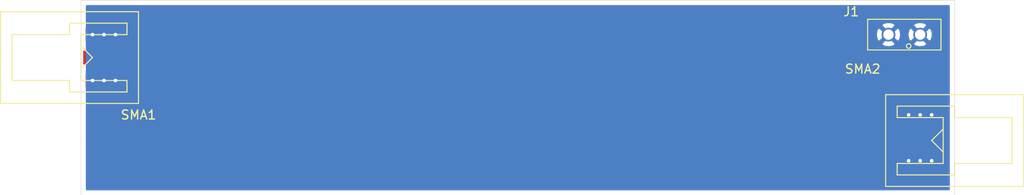
<source format=kicad_pcb>
(kicad_pcb (version 20171130) (host pcbnew 5.1.2-f72e74a~84~ubuntu18.04.1)

  (general
    (thickness 1.6)
    (drawings 5)
    (tracks 22)
    (zones 0)
    (modules 3)
    (nets 4)
  )

  (page A4)
  (layers
    (0 F.Cu signal)
    (31 B.Cu signal)
    (32 B.Adhes user)
    (33 F.Adhes user)
    (34 B.Paste user)
    (35 F.Paste user)
    (36 B.SilkS user)
    (37 F.SilkS user)
    (38 B.Mask user)
    (39 F.Mask user)
    (40 Dwgs.User user)
    (41 Cmts.User user)
    (42 Eco1.User user)
    (43 Eco2.User user)
    (44 Edge.Cuts user)
    (45 Margin user)
    (46 B.CrtYd user)
    (47 F.CrtYd user)
    (48 B.Fab user)
    (49 F.Fab user)
  )

  (setup
    (last_trace_width 0.25)
    (trace_clearance 0.2)
    (zone_clearance 0.508)
    (zone_45_only no)
    (trace_min 0.2)
    (via_size 0.8)
    (via_drill 0.4)
    (via_min_size 0.4)
    (via_min_drill 0.3)
    (uvia_size 0.3)
    (uvia_drill 0.1)
    (uvias_allowed no)
    (uvia_min_size 0.2)
    (uvia_min_drill 0.1)
    (edge_width 0.05)
    (segment_width 0.2)
    (pcb_text_width 0.3)
    (pcb_text_size 1.5 1.5)
    (mod_edge_width 0.12)
    (mod_text_size 1 1)
    (mod_text_width 0.15)
    (pad_size 1.524 1.524)
    (pad_drill 0.762)
    (pad_to_mask_clearance 0.051)
    (solder_mask_min_width 0.25)
    (aux_axis_origin 0 0)
    (visible_elements FFFFFF7F)
    (pcbplotparams
      (layerselection 0x010fc_ffffffff)
      (usegerberextensions false)
      (usegerberattributes false)
      (usegerberadvancedattributes false)
      (creategerberjobfile false)
      (excludeedgelayer true)
      (linewidth 0.100000)
      (plotframeref false)
      (viasonmask false)
      (mode 1)
      (useauxorigin false)
      (hpglpennumber 1)
      (hpglpenspeed 20)
      (hpglpendiameter 15.000000)
      (psnegative false)
      (psa4output false)
      (plotreference true)
      (plotvalue true)
      (plotinvisibletext false)
      (padsonsilk false)
      (subtractmaskfromsilk false)
      (outputformat 1)
      (mirror false)
      (drillshape 0)
      (scaleselection 1)
      (outputdirectory "RO4350B_proto_ger_drill/"))
  )

  (net 0 "")
  (net 1 GND)
  (net 2 "Net-(SMA1-Pad1)")
  (net 3 "Net-(SMA2-Pad1)")

  (net_class Default "This is the default net class."
    (clearance 0.2)
    (trace_width 0.25)
    (via_dia 0.8)
    (via_drill 0.4)
    (uvia_dia 0.3)
    (uvia_drill 0.1)
    (add_net GND)
    (add_net "Net-(SMA1-Pad1)")
    (add_net "Net-(SMA2-Pad1)")
  )

  (module borniers:PRT-08084 (layer F.Cu) (tedit 5D01074F) (tstamp 5DE7C37D)
    (at 161.29 102.87)
    (path /5DE7C5DF)
    (fp_text reference J1 (at -7.62 -7.62) (layer F.SilkS)
      (effects (font (size 1 1) (thickness 0.15)))
    )
    (fp_text value Molière (at -10.16 -6.35) (layer F.Fab)
      (effects (font (size 1 1) (thickness 0.15)))
    )
    (fp_circle (center -1.27 -3.81) (end -1.02 -3.81) (layer F.SilkS) (width 0.12))
    (fp_line (start 2.3 -3.38) (end -5.8 -3.38) (layer F.SilkS) (width 0.12))
    (fp_line (start -5.8 -6.78) (end 2.3 -6.78) (layer F.SilkS) (width 0.12))
    (fp_line (start 2.3 -3.38) (end 2.3 -6.78) (layer F.SilkS) (width 0.12))
    (fp_line (start -5.8 -3.38) (end -5.8 -6.78) (layer F.SilkS) (width 0.12))
    (pad 2 thru_hole circle (at 0 -5.08) (size 1.524 1.524) (drill 1.15) (layers *.Cu *.Mask)
      (net 1 GND))
    (pad 1 thru_hole circle (at -3.5 -5.08) (size 1.524 1.524) (drill 1.15) (layers *.Cu *.Mask)
      (net 1 GND))
  )

  (module sma_custom:CONSMA003.062-G (layer F.Cu) (tedit 5D1F15C9) (tstamp 5DE7C0CF)
    (at 165.1 112.06)
    (path /5DE7BB37)
    (fp_text reference SMA2 (at -10.16 -10.46) (layer F.SilkS)
      (effects (font (size 1 1) (thickness 0.15)))
    )
    (fp_text value sma_connector (at -10.16 -9.19) (layer F.Fab)
      (effects (font (size 1 1) (thickness 0.15)))
    )
    (fp_line (start -1.27 -1.27) (end -2.54 -2.54) (layer F.SilkS) (width 0.12))
    (fp_line (start -1.27 -3.81) (end -2.54 -2.54) (layer F.SilkS) (width 0.12))
    (fp_line (start -7.62 2.54) (end 7.62 2.54) (layer F.SilkS) (width 0.12))
    (fp_line (start 7.62 -7.62) (end -7.62 -7.62) (layer F.SilkS) (width 0.12))
    (fp_line (start -6.35 0) (end -6.35 1.27) (layer F.SilkS) (width 0.12))
    (fp_line (start -1.27 0) (end -6.35 0) (layer F.SilkS) (width 0.12))
    (fp_line (start -1.27 -5.08) (end -1.27 0) (layer F.SilkS) (width 0.12))
    (fp_line (start -6.35 -5.08) (end -1.27 -5.08) (layer F.SilkS) (width 0.12))
    (fp_line (start -6.35 -6.35) (end -6.35 -5.08) (layer F.SilkS) (width 0.12))
    (fp_line (start 6.35 -5.08) (end 6.35 0) (layer F.SilkS) (width 0.12))
    (fp_line (start 0 -5.08) (end 6.35 -5.08) (layer F.SilkS) (width 0.12))
    (fp_line (start 0 -6.35) (end 0 -5.08) (layer F.SilkS) (width 0.12))
    (fp_line (start 0 0) (end 6.35 0) (layer F.SilkS) (width 0.12))
    (fp_line (start 0 1.27) (end 0 0) (layer F.SilkS) (width 0.12))
    (fp_line (start 7.62 2.54) (end 7.62 -7.62) (layer F.SilkS) (width 0.12))
    (fp_line (start -7.62 -7.62) (end -7.62 2.54) (layer F.SilkS) (width 0.12))
    (fp_line (start 0 1.27) (end -6.35 1.27) (layer F.SilkS) (width 0.12))
    (fp_line (start -6.35 -6.35) (end 0 -6.35) (layer F.SilkS) (width 0.12))
    (pad 3 smd rect (at -3.81 0) (size 4.06 1.52) (layers F.Cu F.Paste F.Mask)
      (net 1 GND))
    (pad 2 smd rect (at -3.81 -5.08) (size 4.06 1.52) (layers F.Cu F.Paste F.Mask)
      (net 1 GND))
    (pad 1 smd rect (at -3.81 -2.54) (size 4.6 1.52) (layers F.Cu F.Paste F.Mask)
      (net 3 "Net-(SMA2-Pad1)"))
  )

  (module sma_custom:CONSMA003.062-G (layer F.Cu) (tedit 5D1F15C9) (tstamp 5DE7C0B6)
    (at 67.31 97.79 180)
    (path /5DE7B7BC)
    (fp_text reference SMA1 (at -7.62 -8.89) (layer F.SilkS)
      (effects (font (size 1 1) (thickness 0.15)))
    )
    (fp_text value sma_connector (at -7.62 -10.16) (layer F.Fab)
      (effects (font (size 1 1) (thickness 0.15)))
    )
    (fp_line (start -1.27 -1.27) (end -2.54 -2.54) (layer F.SilkS) (width 0.12))
    (fp_line (start -1.27 -3.81) (end -2.54 -2.54) (layer F.SilkS) (width 0.12))
    (fp_line (start -7.62 2.54) (end 7.62 2.54) (layer F.SilkS) (width 0.12))
    (fp_line (start 7.62 -7.62) (end -7.62 -7.62) (layer F.SilkS) (width 0.12))
    (fp_line (start -6.35 0) (end -6.35 1.27) (layer F.SilkS) (width 0.12))
    (fp_line (start -1.27 0) (end -6.35 0) (layer F.SilkS) (width 0.12))
    (fp_line (start -1.27 -5.08) (end -1.27 0) (layer F.SilkS) (width 0.12))
    (fp_line (start -6.35 -5.08) (end -1.27 -5.08) (layer F.SilkS) (width 0.12))
    (fp_line (start -6.35 -6.35) (end -6.35 -5.08) (layer F.SilkS) (width 0.12))
    (fp_line (start 6.35 -5.08) (end 6.35 0) (layer F.SilkS) (width 0.12))
    (fp_line (start 0 -5.08) (end 6.35 -5.08) (layer F.SilkS) (width 0.12))
    (fp_line (start 0 -6.35) (end 0 -5.08) (layer F.SilkS) (width 0.12))
    (fp_line (start 0 0) (end 6.35 0) (layer F.SilkS) (width 0.12))
    (fp_line (start 0 1.27) (end 0 0) (layer F.SilkS) (width 0.12))
    (fp_line (start 7.62 2.54) (end 7.62 -7.62) (layer F.SilkS) (width 0.12))
    (fp_line (start -7.62 -7.62) (end -7.62 2.54) (layer F.SilkS) (width 0.12))
    (fp_line (start 0 1.27) (end -6.35 1.27) (layer F.SilkS) (width 0.12))
    (fp_line (start -6.35 -6.35) (end 0 -6.35) (layer F.SilkS) (width 0.12))
    (pad 3 smd rect (at -3.81 0 180) (size 4.06 1.52) (layers F.Cu F.Paste F.Mask)
      (net 1 GND))
    (pad 2 smd rect (at -3.81 -5.08 180) (size 4.06 1.52) (layers F.Cu F.Paste F.Mask)
      (net 1 GND))
    (pad 1 smd rect (at -3.81 -2.54 180) (size 4.6 1.52) (layers F.Cu F.Paste F.Mask)
      (net 2 "Net-(SMA1-Pad1)"))
  )

  (gr_line (start 68.58 115.57) (end 68.58 109.22) (layer Edge.Cuts) (width 0.05) (tstamp 5DE7C701))
  (gr_line (start 165.1 115.57) (end 68.58 115.57) (layer Edge.Cuts) (width 0.05))
  (gr_line (start 165.1 93.98) (end 165.1 115.57) (layer Edge.Cuts) (width 0.05))
  (gr_line (start 68.58 93.98) (end 165.1 93.98) (layer Edge.Cuts) (width 0.05))
  (gr_line (start 68.58 109.22) (end 68.58 93.98) (layer Edge.Cuts) (width 0.05))

  (segment (start 80.08 103.171114) (end 103.6159 103.171114) (width 1.89786) (layer F.Cu) (net 0))
  (segment (start 103.79 103.496114) (end 127.0329 103.496114) (width 2.55259) (layer F.Cu) (net 0))
  (segment (start 103.79 106.331424) (end 127.0329 106.331424) (width 2.55259) (layer F.Cu) (net 0))
  (segment (start 127.22 106.656424) (end 150.7559 106.656424) (width 1.89786) (layer F.Cu) (net 0))
  (via (at 162.56 111.76) (size 0.8) (drill 0.4) (layers F.Cu B.Cu) (net 1))
  (via (at 161.29 111.76) (size 0.8) (drill 0.4) (layers F.Cu B.Cu) (net 1))
  (via (at 160.02 111.76) (size 0.8) (drill 0.4) (layers F.Cu B.Cu) (net 1))
  (via (at 162.56 106.68) (size 0.8) (drill 0.4) (layers F.Cu B.Cu) (net 1))
  (via (at 161.29 106.68) (size 0.8) (drill 0.4) (layers F.Cu B.Cu) (net 1))
  (via (at 160.02 106.68) (size 0.8) (drill 0.4) (layers F.Cu B.Cu) (net 1))
  (via (at 72.39 102.87) (size 0.8) (drill 0.4) (layers F.Cu B.Cu) (net 1))
  (via (at 71.12 102.87) (size 0.8) (drill 0.4) (layers F.Cu B.Cu) (net 1))
  (via (at 69.85 102.87) (size 0.8) (drill 0.4) (layers F.Cu B.Cu) (net 1))
  (via (at 72.39 97.79) (size 0.8) (drill 0.4) (layers F.Cu B.Cu) (net 1))
  (via (at 71.12 97.79) (size 0.8) (drill 0.4) (layers F.Cu B.Cu) (net 1))
  (via (at 69.85 97.79) (size 0.8) (drill 0.4) (layers F.Cu B.Cu) (net 1))
  (segment (start 80.08 101.13) (end 103.6159 101.13) (width 1.89786) (layer F.Cu) (net 2))
  (segment (start 74.39 100.33) (end 79.89 100.33) (width 3.5) (layer F.Cu) (net 2))
  (segment (start 72.39 100.33) (end 74.39 100.33) (width 2.9) (layer F.Cu) (net 2))
  (segment (start 127.22 108.697538) (end 150.7559 108.697538) (width 1.89786) (layer F.Cu) (net 3))
  (segment (start 150.98 109.497538) (end 156.48 109.497538) (width 3.5) (layer F.Cu) (net 3))
  (segment (start 157.48 109.497538) (end 161 109.497538) (width 2.9) (layer F.Cu) (net 3))

  (zone (net 1) (net_name GND) (layer B.Cu) (tstamp 0) (hatch edge 0.508)
    (connect_pads (clearance 0.508))
    (min_thickness 0.254)
    (fill yes (arc_segments 32) (thermal_gap 0.508) (thermal_bridge_width 0.508))
    (polygon
      (pts
        (xy 165.1 93.98) (xy 165.1 115.57) (xy 68.58 115.57) (xy 68.58 93.98)
      )
    )
    (filled_polygon
      (pts
        (xy 164.440001 114.91) (xy 69.24 114.91) (xy 69.24 98.755565) (xy 157.00404 98.755565) (xy 157.07102 98.995656)
        (xy 157.320048 99.112756) (xy 157.587135 99.179023) (xy 157.862017 99.19191) (xy 158.134133 99.150922) (xy 158.393023 99.057636)
        (xy 158.50898 98.995656) (xy 158.57596 98.755565) (xy 160.50404 98.755565) (xy 160.57102 98.995656) (xy 160.820048 99.112756)
        (xy 161.087135 99.179023) (xy 161.362017 99.19191) (xy 161.634133 99.150922) (xy 161.893023 99.057636) (xy 162.00898 98.995656)
        (xy 162.07596 98.755565) (xy 161.29 97.969605) (xy 160.50404 98.755565) (xy 158.57596 98.755565) (xy 157.79 97.969605)
        (xy 157.00404 98.755565) (xy 69.24 98.755565) (xy 69.24 97.862017) (xy 156.38809 97.862017) (xy 156.429078 98.134133)
        (xy 156.522364 98.393023) (xy 156.584344 98.50898) (xy 156.824435 98.57596) (xy 157.610395 97.79) (xy 157.969605 97.79)
        (xy 158.755565 98.57596) (xy 158.995656 98.50898) (xy 159.112756 98.259952) (xy 159.179023 97.992865) (xy 159.185157 97.862017)
        (xy 159.88809 97.862017) (xy 159.929078 98.134133) (xy 160.022364 98.393023) (xy 160.084344 98.50898) (xy 160.324435 98.57596)
        (xy 161.110395 97.79) (xy 161.469605 97.79) (xy 162.255565 98.57596) (xy 162.495656 98.50898) (xy 162.612756 98.259952)
        (xy 162.679023 97.992865) (xy 162.69191 97.717983) (xy 162.650922 97.445867) (xy 162.557636 97.186977) (xy 162.495656 97.07102)
        (xy 162.255565 97.00404) (xy 161.469605 97.79) (xy 161.110395 97.79) (xy 160.324435 97.00404) (xy 160.084344 97.07102)
        (xy 159.967244 97.320048) (xy 159.900977 97.587135) (xy 159.88809 97.862017) (xy 159.185157 97.862017) (xy 159.19191 97.717983)
        (xy 159.150922 97.445867) (xy 159.057636 97.186977) (xy 158.995656 97.07102) (xy 158.755565 97.00404) (xy 157.969605 97.79)
        (xy 157.610395 97.79) (xy 156.824435 97.00404) (xy 156.584344 97.07102) (xy 156.467244 97.320048) (xy 156.400977 97.587135)
        (xy 156.38809 97.862017) (xy 69.24 97.862017) (xy 69.24 96.824435) (xy 157.00404 96.824435) (xy 157.79 97.610395)
        (xy 158.57596 96.824435) (xy 160.50404 96.824435) (xy 161.29 97.610395) (xy 162.07596 96.824435) (xy 162.00898 96.584344)
        (xy 161.759952 96.467244) (xy 161.492865 96.400977) (xy 161.217983 96.38809) (xy 160.945867 96.429078) (xy 160.686977 96.522364)
        (xy 160.57102 96.584344) (xy 160.50404 96.824435) (xy 158.57596 96.824435) (xy 158.50898 96.584344) (xy 158.259952 96.467244)
        (xy 157.992865 96.400977) (xy 157.717983 96.38809) (xy 157.445867 96.429078) (xy 157.186977 96.522364) (xy 157.07102 96.584344)
        (xy 157.00404 96.824435) (xy 69.24 96.824435) (xy 69.24 94.64) (xy 164.44 94.64)
      )
    )
  )
)

</source>
